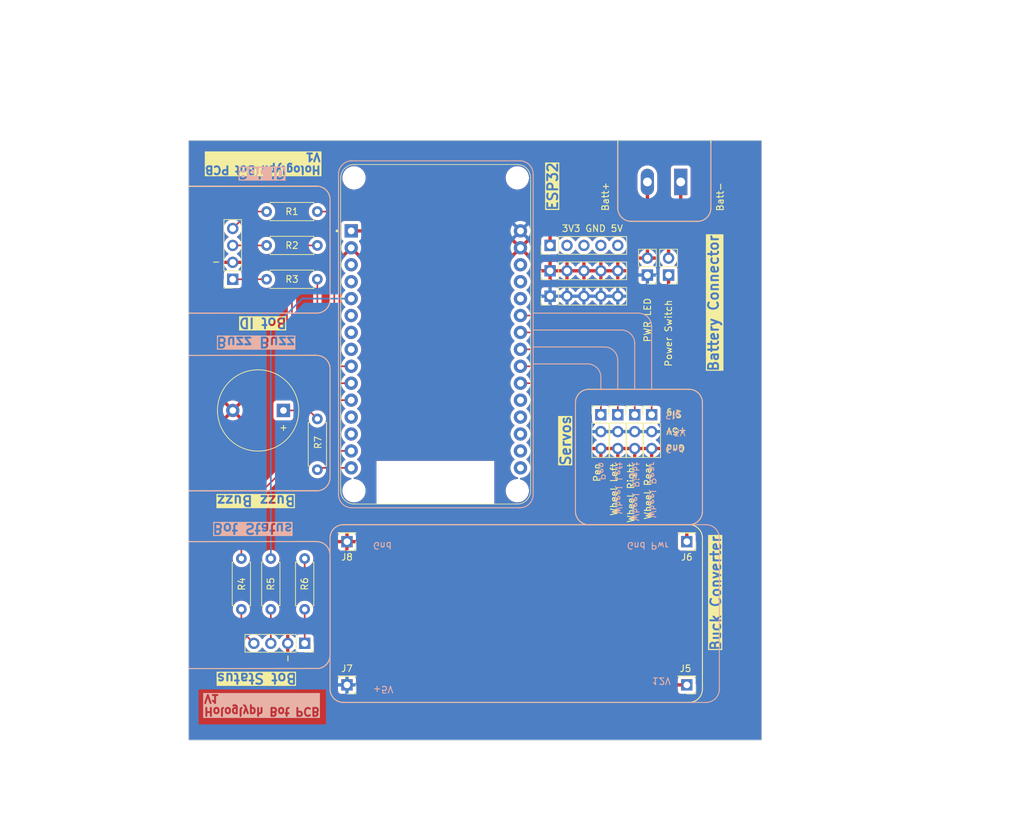
<source format=kicad_pcb>
(kicad_pcb (version 20221018) (generator pcbnew)
  (layers (0 "F.Cu" signal) (31 "B.Cu" signal) (34 "B.Paste" user) (35 "F.Paste" user) (36 "B.SilkS" user "B.Silkscreen") (37 "F.SilkS" user "F.Silkscreen") (38 "B.Mask" user) (39 "F.Mask" user) (44 "Edge.Cuts" user))
  (net 0 "")
  (net 1 "Net-(BZ1--)")
  (net 2 "GND")
  (net 3 "Net-(D1-BK)")
  (net 4 "Net-(D1-GK)")
  (net 5 "Net-(D1-RK)")
  (net 6 "Net-(D2-BK)")
  (net 7 "Net-(D2-GK)")
  (net 8 "Net-(D2-RK)")
  (net 9 "/PWM Wheel Left")
  (net 10 "+5V")
  (net 11 "/PWM Wheel Right")
  (net 12 "/PWM Wheel Rear")
  (net 13 "/PWM Pen")
  (net 14 "+12V")
  (net 15 "Net-(J9-Pin_2)")
  (net 16 "/D1 Red")
  (net 17 "/D1 Green")
  (net 18 "/D1 Blue")
  (net 19 "/D2 Red")
  (net 20 "/D2 Green")
  (net 21 "/D2 Blue")
  (net 22 "/Buzz+")
  (net 23 "+3V3")
  (net 39 "GNDPWR")
  (footprint "Connector_PinHeader_2.54mm:PinHeader_1x01_P2.54mm_Vertical" (layer "F.Cu") (at 157.68 121.83 180)
    (fp_text reference "J5" (at 0.2 2.45) (layer "F.SilkS"))
    (fp_text value "IN+")
    (fp_line (start -1.33 -1.33) (end 0 -1.33) (stroke (width 0.12)) (layer "F.SilkS"))
    (fp_line (start -1.33 0) (end -1.33 -1.33) (stroke (width 0.12)) (layer "F.SilkS"))
    (fp_line (start -1.33 1.27) (end -1.33 1.33) (stroke (width 0.12)) (layer "F.SilkS"))
    (fp_line (start -1.33 1.27) (end 1.33 1.27) (stroke (width 0.12)) (layer "F.SilkS"))
    (fp_line (start -1.33 1.33) (end 1.33 1.33) (stroke (width 0.12)) (layer "F.SilkS"))
    (fp_line (start 1.33 1.27) (end 1.33 1.33) (stroke (width 0.12)) (layer "F.SilkS"))
    (pad "1" thru_hole rect (at 0 0 180) (size 1.7 1.7) (drill 1) (layers "*.Cu" "*.Mask") (net 14 "+12V"))
  )
  (footprint "Connector_PinHeader_2.54mm:PinHeader_1x03_P2.54mm_Vertical" (layer "F.Cu") (at 144.78 81.28)
    (fp_text reference "J4" hide)
    (fp_text value "Pen Up/Down")
    (fp_line (start -1.33 -1.33) (end 0 -1.33) (stroke (width 0.12)) (layer "F.SilkS"))
    (fp_line (start -1.33 0) (end -1.33 -1.33) (stroke (width 0.12)) (layer "F.SilkS"))
    (fp_line (start -1.33 1.27) (end -1.33 6.41) (stroke (width 0.12)) (layer "F.SilkS"))
    (fp_line (start -1.33 1.27) (end 1.33 1.27) (stroke (width 0.12)) (layer "F.SilkS"))
    (fp_line (start -1.33 6.41) (end 1.33 6.41) (stroke (width 0.12)) (layer "F.SilkS"))
    (fp_line (start 1.33 1.27) (end 1.33 6.41) (stroke (width 0.12)) (layer "F.SilkS"))
    (pad "1" thru_hole rect (at 0 0) (size 1.7 1.7) (drill 1) (layers "*.Cu" "*.Mask") (net 13 "/PWM Pen"))
    (pad "2" thru_hole oval (at 0 2.54) (size 1.7 1.7) (drill 1) (layers "*.Cu" "*.Mask") (net 10 "+5V"))
    (pad "3" thru_hole oval (at 0 5.08) (size 1.7 1.7) (drill 1) (layers "*.Cu" "*.Mask") (net 2 "GND"))
  )
  (footprint "Package_TO_SOT_SMD:TO-263-5_TabPin3" (layer "F.Cu") (at 133.35 110.371926)
    (fp_text reference "U2" hide)
    (fp_text value "XL4015" hide)
  )
  (footprint "Connector_PinSocket_2.54mm:PinSocket_1x04_P2.54mm_Vertical" (layer "F.Cu") (at 89.535 60.96 180)
    (fp_text reference "D1" hide)
    (fp_text value "Bot ID")
    (fp_line (start -1.33 1.27) (end -1.33 8.95) (stroke (width 0.12)) (layer "F.SilkS"))
    (fp_line (start -1.33 1.27) (end 1.33 1.27) (stroke (width 0.12)) (layer "F.SilkS"))
    (fp_line (start -1.33 8.95) (end 1.33 8.95) (stroke (width 0.12)) (layer "F.SilkS"))
    (fp_line (start 0 -1.33) (end 1.33 -1.33) (stroke (width 0.12)) (layer "F.SilkS"))
    (fp_line (start 1.33 -1.33) (end 1.33 0) (stroke (width 0.12)) (layer "F.SilkS"))
    (fp_line (start 1.33 1.27) (end 1.33 8.95) (stroke (width 0.12)) (layer "F.SilkS"))
    (pad "1" thru_hole rect (at 0 0 180) (size 1.7 1.7) (drill 1) (layers "*.Cu" "*.Mask") (net 3 "Net-(D1-BK)"))
    (pad "2" thru_hole oval (at 0 2.54 180) (size 1.7 1.7) (drill 1) (layers "*.Cu" "*.Mask") (net 2 "GND"))
    (pad "3" thru_hole oval (at 0 5.08 180) (size 1.7 1.7) (drill 1) (layers "*.Cu" "*.Mask") (net 4 "Net-(D1-GK)"))
    (pad "4" thru_hole oval (at 0 7.62 180) (size 1.7 1.7) (drill 1) (layers "*.Cu" "*.Mask") (net 5 "Net-(D1-RK)"))
  )
  (footprint "Connector_PinHeader_2.54mm:PinHeader_1x01_P2.54mm_Vertical" (layer "F.Cu") (at 106.68 121.83 180)
    (fp_text reference "J7" (at 0 2.45) (layer "F.SilkS"))
    (fp_text value "OUT+")
    (fp_line (start -1.33 -1.33) (end 0 -1.33) (stroke (width 0.12)) (layer "F.SilkS"))
    (fp_line (start -1.33 0) (end -1.33 -1.33) (stroke (width 0.12)) (layer "F.SilkS"))
    (fp_line (start -1.33 1.27) (end -1.33 1.33) (stroke (width 0.12)) (layer "F.SilkS"))
    (fp_line (start -1.33 1.27) (end 1.33 1.27) (stroke (width 0.12)) (layer "F.SilkS"))
    (fp_line (start -1.33 1.33) (end 1.33 1.33) (stroke (width 0.12)) (layer "F.SilkS"))
    (fp_line (start 1.33 1.27) (end 1.33 1.33) (stroke (width 0.12)) (layer "F.SilkS"))
    (pad "1" thru_hole rect (at 0 0 180) (size 1.7 1.7) (drill 1) (layers "*.Cu" "*.Mask") (net 10 "+5V"))
  )
  (footprint "Connector_PinHeader_2.54mm:PinHeader_1x05_P2.54mm_Vertical" (layer "F.Cu") (at 137.16 55.88 90)
    (fp_text reference "3V3 GND 5V" (at 2.54 6.35 180) (layer "F.SilkS"))
    (fp_text value "3V3 Headers")
    (fp_line (start -1.33 -1.33) (end 0 -1.33) (stroke (width 0.12)) (layer "F.SilkS"))
    (fp_line (start -1.33 0) (end -1.33 -1.33) (stroke (width 0.12)) (layer "F.SilkS"))
    (fp_line (start -1.33 1.27) (end -1.33 11.49) (stroke (width 0.12)) (layer "F.SilkS"))
    (fp_line (start -1.33 1.27) (end 1.33 1.27) (stroke (width 0.12)) (layer "F.SilkS"))
    (fp_line (start -1.33 11.49) (end 1.33 11.49) (stroke (width 0.12)) (layer "F.SilkS"))
    (fp_line (start 1.33 1.27) (end 1.33 11.49) (stroke (width 0.12)) (layer "F.SilkS"))
    (pad "1" thru_hole rect (at 0 0 90) (size 1.7 1.7) (drill 1) (layers "*.Cu" "*.Mask") (net 23 "+3V3"))
    (pad "2" thru_hole oval (at 0 2.54 90) (size 1.7 1.7) (drill 1) (layers "*.Cu" "*.Mask") (net 23 "+3V3"))
    (pad "3" thru_hole oval (at 0 5.08 90) (size 1.7 1.7) (drill 1) (layers "*.Cu" "*.Mask") (net 23 "+3V3"))
    (pad "4" thru_hole oval (at 0 7.62 90) (size 1.7 1.7) (drill 1) (layers "*.Cu" "*.Mask") (net 23 "+3V3"))
    (pad "5" thru_hole oval (at 0 10.16 90) (size 1.7 1.7) (drill 1) (layers "*.Cu" "*.Mask") (net 23 "+3V3"))
  )
  (footprint "Connector_PinHeader_2.54mm:PinHeader_1x05_P2.54mm_Vertical" (layer "F.Cu") (at 137.16 63.5 90)
    (fp_text reference "J11" hide)
    (fp_text value "5V Headers")
    (fp_line (start -1.33 -1.33) (end 0 -1.33) (stroke (width 0.12)) (layer "F.SilkS"))
    (fp_line (start -1.33 0) (end -1.33 -1.33) (stroke (width 0.12)) (layer "F.SilkS"))
    (fp_line (start -1.33 1.27) (end -1.33 11.49) (stroke (width 0.12)) (layer "F.SilkS"))
    (fp_line (start -1.33 1.27) (end 1.33 1.27) (stroke (width 0.12)) (layer "F.SilkS"))
    (fp_line (start -1.33 11.49) (end 1.33 11.49) (stroke (width 0.12)) (layer "F.SilkS"))
    (fp_line (start 1.33 1.27) (end 1.33 11.49) (stroke (width 0.12)) (layer "F.SilkS"))
    (pad "1" thru_hole rect (at 0 0 90) (size 1.7 1.7) (drill 1) (layers "*.Cu" "*.Mask") (net 10 "+5V"))
    (pad "2" thru_hole oval (at 0 2.54 90) (size 1.7 1.7) (drill 1) (layers "*.Cu" "*.Mask") (net 10 "+5V"))
    (pad "3" thru_hole oval (at 0 5.08 90) (size 1.7 1.7) (drill 1) (layers "*.Cu" "*.Mask") (net 10 "+5V"))
    (pad "4" thru_hole oval (at 0 7.62 90) (size 1.7 1.7) (drill 1) (layers "*.Cu" "*.Mask") (net 10 "+5V"))
    (pad "5" thru_hole oval (at 0 10.16 90) (size 1.7 1.7) (drill 1) (layers "*.Cu" "*.Mask") (net 10 "+5V"))
  )
  (footprint "Resistor_THT:R_Axial_DIN0207_L6.3mm_D2.5mm_P7.62mm_Horizontal" (layer "F.Cu") (at 102.235 50.8 180)
    (fp_text reference "R1" (at 3.81 0) (layer "F.SilkS"))
    (fp_text value "220R")
    (fp_line (start 0.54 -1.37) (end 7.08 -1.37) (stroke (width 0.12)) (layer "F.SilkS"))
    (fp_line (start 0.54 -1.04) (end 0.54 -1.37) (stroke (width 0.12)) (layer "F.SilkS"))
    (fp_line (start 0.54 1.04) (end 0.54 1.37) (stroke (width 0.12)) (layer "F.SilkS"))
    (fp_line (start 0.54 1.37) (end 7.08 1.37) (stroke (width 0.12)) (layer "F.SilkS"))
    (fp_line (start 7.08 -1.37) (end 7.08 -1.04) (stroke (width 0.12)) (layer "F.SilkS"))
    (fp_line (start 7.08 1.37) (end 7.08 1.04) (stroke (width 0.12)) (layer "F.SilkS"))
    (pad "1" thru_hole circle (at 0 0 180) (size 1.6 1.6) (drill 0.8) (layers "*.Cu" "*.Mask") (net 16 "/D1 Red"))
    (pad "2" thru_hole oval (at 7.62 0 180) (size 1.6 1.6) (drill 0.8) (layers "*.Cu" "*.Mask") (net 5 "Net-(D1-RK)"))
  )
  (footprint "Connector_PinHeader_2.54mm:PinHeader_1x02_P2.54mm_Vertical" (layer "F.Cu") (at 151.765 60.325 180)
    (fp_text reference "J10" hide)
    (fp_text value "PWR LED")
    (fp_line (start -1.33 -1.33) (end 0 -1.33) (stroke (width 0.12)) (layer "F.SilkS"))
    (fp_line (start -1.33 0) (end -1.33 -1.33) (stroke (width 0.12)) (layer "F.SilkS"))
    (fp_line (start -1.33 1.27) (end -1.33 3.87) (stroke (width 0.12)) (layer "F.SilkS"))
    (fp_line (start -1.33 1.27) (end 1.33 1.27) (stroke (width 0.12)) (layer "F.SilkS"))
    (fp_line (start -1.33 3.87) (end 1.33 3.87) (stroke (width 0.12)) (layer "F.SilkS"))
    (fp_line (start 1.33 1.27) (end 1.33 3.87) (stroke (width 0.12)) (layer "F.SilkS"))
    (pad "1" thru_hole rect (at 0 0 180) (size 1.7 1.7) (drill 1) (layers "*.Cu" "*.Mask") (net 10 "+5V"))
    (pad "2" thru_hole oval (at 0 2.54 180) (size 1.7 1.7) (drill 1) (layers "*.Cu" "*.Mask") (net 2 "GND"))
  )
  (footprint "Connector_PinHeader_2.54mm:PinHeader_1x03_P2.54mm_Vertical" (layer "F.Cu") (at 149.86 81.28)
    (fp_text reference "J2" hide)
    (fp_text value "Wheel Right")
    (fp_line (start -1.33 -1.33) (end 0 -1.33) (stroke (width 0.12)) (layer "F.SilkS"))
    (fp_line (start -1.33 0) (end -1.33 -1.33) (stroke (width 0.12)) (layer "F.SilkS"))
    (fp_line (start -1.33 1.27) (end -1.33 6.41) (stroke (width 0.12)) (layer "F.SilkS"))
    (fp_line (start -1.33 1.27) (end 1.33 1.27) (stroke (width 0.12)) (layer "F.SilkS"))
    (fp_line (start -1.33 6.41) (end 1.33 6.41) (stroke (width 0.12)) (layer "F.SilkS"))
    (fp_line (start 1.33 1.27) (end 1.33 6.41) (stroke (width 0.12)) (layer "F.SilkS"))
    (pad "1" thru_hole rect (at 0 0) (size 1.7 1.7) (drill 1) (layers "*.Cu" "*.Mask") (net 11 "/PWM Wheel Right"))
    (pad "2" thru_hole oval (at 0 2.54) (size 1.7 1.7) (drill 1) (layers "*.Cu" "*.Mask") (net 10 "+5V"))
    (pad "3" thru_hole oval (at 0 5.08) (size 1.7 1.7) (drill 1) (layers "*.Cu" "*.Mask") (net 2 "GND"))
  )
  (footprint "Resistor_THT:R_Axial_DIN0207_L6.3mm_D2.5mm_P7.62mm_Horizontal" (layer "F.Cu") (at 102.235 55.88 180)
    (fp_text reference "R2" (at 3.81 0) (layer "F.SilkS"))
    (fp_text value "220R")
    (fp_line (start 0.54 -1.37) (end 7.08 -1.37) (stroke (width 0.12)) (layer "F.SilkS"))
    (fp_line (start 0.54 -1.04) (end 0.54 -1.37) (stroke (width 0.12)) (layer "F.SilkS"))
    (fp_line (start 0.54 1.04) (end 0.54 1.37) (stroke (width 0.12)) (layer "F.SilkS"))
    (fp_line (start 0.54 1.37) (end 7.08 1.37) (stroke (width 0.12)) (layer "F.SilkS"))
    (fp_line (start 7.08 -1.37) (end 7.08 -1.04) (stroke (width 0.12)) (layer "F.SilkS"))
    (fp_line (start 7.08 1.37) (end 7.08 1.04) (stroke (width 0.12)) (layer "F.SilkS"))
    (pad "1" thru_hole circle (at 0 0 180) (size 1.6 1.6) (drill 0.8) (layers "*.Cu" "*.Mask") (net 17 "/D1 Green"))
    (pad "2" thru_hole oval (at 7.62 0 180) (size 1.6 1.6) (drill 0.8) (layers "*.Cu" "*.Mask") (net 4 "Net-(D1-GK)"))
  )
  (footprint "Resistor_THT:R_Axial_DIN0207_L6.3mm_D2.5mm_P7.62mm_Horizontal" (layer "F.Cu") (at 100.33 102.87 -90)
    (fp_text reference "R6" (at 3.81 0 -270) (layer "F.SilkS"))
    (fp_text value "220R")
    (fp_line (start 0.54 -1.37) (end 7.08 -1.37) (stroke (width 0.12)) (layer "F.SilkS"))
    (fp_line (start 0.54 -1.04) (end 0.54 -1.37) (stroke (width 0.12)) (layer "F.SilkS"))
    (fp_line (start 0.54 1.04) (end 0.54 1.37) (stroke (width 0.12)) (layer "F.SilkS"))
    (fp_line (start 0.54 1.37) (end 7.08 1.37) (stroke (width 0.12)) (layer "F.SilkS"))
    (fp_line (start 7.08 -1.37) (end 7.08 -1.04) (stroke (width 0.12)) (layer "F.SilkS"))
    (fp_line (start 7.08 1.37) (end 7.08 1.04) (stroke (width 0.12)) (layer "F.SilkS"))
    (pad "1" thru_hole circle (at 0 0 270) (size 1.6 1.6) (drill 0.8) (layers "*.Cu" "*.Mask") (net 21 "/D2 Blue"))
    (pad "2" thru_hole oval (at 7.62 0 270) (size 1.6 1.6) (drill 0.8) (layers "*.Cu" "*.Mask") (net 6 "Net-(D2-BK)"))
  )
  (footprint "Buzzer_Beeper:Buzzer_12x9.5RM7.6" (layer "F.Cu") (at 97.145 80.645 180)
    (fp_text reference "BZ1" hide)
    (fp_text value "Buzzer")
    (fp_text user "+" (at -0.01 -2.54) (layer "F.SilkS"))
    (fp_circle (center 3.8 0) (end 9.9 0) (stroke (width 0.12)) (fill none) (layer "F.SilkS"))
    (pad "1" thru_hole rect (at 0 0 180) (size 2 2) (drill 1) (layers "*.Cu" "*.Mask") (net 1 "Net-(BZ1--)"))
    (pad "2" thru_hole circle (at 7.6 0 180) (size 2 2) (drill 1) (layers "*.Cu" "*.Mask") (net 2 "GND"))
  )
  (footprint "ESP32-DEVKIT-V1:MODULE_ESP32_DEVKIT_V1" (layer "F.Cu") (at 120.015 69.215)
    (fp_text reference "U1" hide)
    (fp_text value "ESP32-DEVKIT-V1")
    (fp_line (start -14.28 23.475) (end -14.28 -23.475) (stroke (width 0.1)) (layer "F.SilkS"))
    (fp_line (start -12.28 -25.475) (end 12.23 -25.475) (stroke (width 0.1)) (layer "F.SilkS"))
    (fp_line (start 12.23 25.475) (end -12.28 25.475) (stroke (width 0.1)) (layer "F.SilkS"))
    (fp_line (start 14.23 -23.475) (end 14.23 23.475) (stroke (width 0.1)) (layer "F.SilkS"))
    (fp_arc (start -14.28 -23.475) (mid -13.694214 -24.889214) (end -12.28 -25.475) (stroke (width 0.1)) (layer "F.SilkS"))
    (fp_arc (start -12.28 25.475) (mid -13.694214 24.889214) (end -14.28 23.475) (stroke (width 0.1)) (layer "F.SilkS"))
    (fp_arc (start 12.23 -25.475) (mid 13.644214 -24.889214) (end 14.23 -23.475) (stroke (width 0.1)) (layer "F.SilkS"))
    (fp_arc (start 14.23 23.475) (mid 13.644214 24.889214) (end 12.23 25.475) (stroke (width 0.1)) (layer "F.SilkS"))
    (fp_circle (center -14.85 -15.515) (end -14.75 -15.515) (stroke (width 0.2)) (fill none) (layer "F.SilkS"))
    (pad "" np_thru_hole circle (at -12.28 -23.475) (size 3 3) (drill 3) (layers "*.Cu" "*.Mask"))
    (pad "" np_thru_hole circle (at -12.28 23.475) (size 3 3) (drill 3) (layers "*.Cu" "*.Mask"))
    (pad "" np_thru_hole circle (at 12.23 -23.475) (size 3 3) (drill 3) (layers "*.Cu" "*.Mask"))
    (pad "" np_thru_hole circle (at 12.23 23.475) (size 3 3) (drill 3) (layers "*.Cu" "*.Mask"))
    (pad "1" thru_hole rect (at -12.7 -15.515) (size 2 2) (drill 1.02) (layers "*.Cu" "*.Mask") (net 23 "+3V3"))
    (pad "2" thru_hole circle (at -12.7 -12.975) (size 2 2) (drill 1.02) (layers "*.Cu" "*.Mask") (net 2 "GND"))
    (pad "3" thru_hole circle (at -12.7 -10.435) (size 2 2) (drill 1.02) (layers "*.Cu" "*.Mask"))
    (pad "4" thru_hole circle (at -12.7 -7.895) (size 2 2) (drill 1.02) (layers "*.Cu" "*.Mask"))
    (pad "5" thru_hole circle (at -12.7 -5.355) (size 2 2) (drill 1.02) (layers "*.Cu" "*.Mask") (net 20 "/D2 Green"))
    (pad "6" thru_hole circle (at -12.7 -2.815) (size 2 2) (drill 1.02) (layers "*.Cu" "*.Mask"))
    (pad "7" thru_hole circle (at -12.7 -0.275) (size 2 2) (drill 1.02) (layers "*.Cu" "*.Mask"))
    (pad "8" thru_hole circle (at -12.7 2.265) (size 2 2) (drill 1.02) (layers "*.Cu" "*.Mask"))
    (pad "9" thru_hole circle (at -12.7 4.805) (size 2 2) (drill 1.02) (layers "*.Cu" "*.Mask") (net 16 "/D1 Red"))
    (pad "10" thru_hole circle (at -12.7 7.345) (size 2 2) (drill 1.02) (layers "*.Cu" "*.Mask") (net 18 "/D1 Blue"))
    (pad "11" thru_hole circle (at -12.7 9.885) (size 2 2) (drill 1.02) (layers "*.Cu" "*.Mask") (net 17 "/D1 Green"))
    (pad "12" thru_hole circle (at -12.7 12.425) (size 2 2) (drill 1.02) (layers "*.Cu" "*.Mask"))
    (pad "13" thru_hole circle (at -12.7 14.965) (size 2 2) (drill 1.02) (layers "*.Cu" "*.Mask"))
    (pad "14" thru_hole circle (at -12.7 17.505) (size 2 2) (drill 1.02) (layers "*.Cu" "*.Mask") (net 19 "/D2 Red"))
    (pad "15" thru_hole circle (at -12.7 20.045) (size 2 2) (drill 1.02) (layers "*.Cu" "*.Mask") (net 22 "/Buzz+"))
    (pad "16" thru_hole circle (at 12.7 20.045) (size 2 2) (drill 1.02) (layers "*.Cu" "*.Mask"))
    (pad "17" thru_hole circle (at 12.7 17.505) (size 2 2) (drill 1.02) (layers "*.Cu" "*.Mask"))
    (pad "18" thru_hole circle (at 12.7 14.965) (size 2 2) (drill 1.02) (layers "*.Cu" "*.Mask"))
    (pad "19" thru_hole circle (at 12.7 12.425) (size 2 2) (drill 1.02) (layers "*.Cu" "*.Mask"))
    (pad "20" thru_hole circle (at 12.7 9.885) (size 2 2) (drill 1.02) (layers "*.Cu" "*.Mask"))
    (pad "21" thru_hole circle (at 12.7 7.345) (size 2 2) (drill 1.02) (layers "*.Cu" "*.Mask") (net 21 "/D2 Blue"))
    (pad "22" thru_hole circle (at 12.7 4.805) (size 2 2) (drill 1.02) (layers "*.Cu" "*.Mask") (net 13 "/PWM Pen"))
    (pad "23" thru_hole circle (at 12.7 2.265) (size 2 2) (drill 1.02) (layers "*.Cu" "*.Mask") (net 9 "/PWM Wheel Left"))
    (pad "24" thru_hole circle (at 12.7 -0.275) (size 2 2) (drill 1.02) (layers "*.Cu" "*.Mask") (net 11 "/PWM Wheel Right"))
    (pad "25" thru_hole circle (at 12.7 -2.815) (size 2 2) (drill 1.02) (layers "*.Cu" "*.Mask") (net 12 "/PWM Wheel Rear"))
    (pad "26" thru_hole circle (at 12.7 -5.355) (size 2 2) (drill 1.02) (layers "*.Cu" "*.Mask"))
    (pad "27" thru_hole circle (at 12.7 -7.895) (size 2 2) (drill 1.02) (layers "*.Cu" "*.Mask"))
    (pad "28" thru_hole circle (at 12.7 -10.435) (size 2 2) (drill 1.02) (layers "*.Cu" "*.Mask"))
    (pad "29" thru_hole circle (at 12.7 -12.975) (size 2 2) (drill 1.02) (layers "*.Cu" "*.Mask") (net 2 "GND"))
    (pad "30" thru_hole circle (at 12.7 -15.515) (size 2 2) (drill 1.02) (layers "*.Cu" "*.Mask") (net 10 "+5V"))
    (zone (net 0) (net_name "") (layer "F.Cu") (connect_pads (clearance 0)) (min_thickness 0.01)
      (keepout (tracks not_allowed) (vias not_allowed) (pads not_allowed) (copperpour not_allowed) (footprints allowed))
      (fill (thermal_gap 0.508) (thermal_bridge_width 0.508))
      (polygon (pts (xy 111.105 88.2) (xy 128.795 88.2) (xy 128.795 94.69) (xy 111.105 94.69)))
    )
    (zone (net 0) (net_name "") (layer "B.Cu") (connect_pads (clearance 0)) (min_thickness 0.01)
      (keepout (tracks not_allowed) (vias not_allowed) (pads not_allowed) (copperpour not_allowed) (footprints allowed))
      (fill (thermal_gap 0.508) (thermal_bridge_width 0.508))
      (polygon (pts (xy 111.105 88.2) (xy 128.795 88.2) (xy 128.795 94.69) (xy 111.105 94.69)))
    )
  )
  (footprint "TerminalBlock:TerminalBlock_Altech_AK300-2_P5.00mm" (layer "F.Cu") (at 156.765 46.355 180)
    (fp_text reference "J9" hide)
    (fp_text value "Battery Connector")
    (pad "1" thru_hole rect (at 0 0 180) (size 1.98 3.96) (drill 1.32) (layers "*.Cu" "*.Mask") (net 39 "GNDPWR"))
    (pad "2" thru_hole oval (at 5 0 180) (size 1.98 3.96) (drill 1.32) (layers "*.Cu" "*.Mask") (net 15 "Net-(J9-Pin_2)"))
  )
  (footprint "Resistor_THT:R_Axial_DIN0207_L6.3mm_D2.5mm_P7.62mm_Horizontal" (layer "F.Cu") (at 95.25 102.87 -90)
    (fp_text reference "R5" (at 3.81 0 -270) (layer "F.SilkS"))
    (fp_text value "220R")
    (fp_line (start 0.54 -1.37) (end 7.08 -1.37) (stroke (width 0.12)) (layer "F.SilkS"))
    (fp_line (start 0.54 -1.04) (end 0.54 -1.37) (stroke (width 0.12)) (layer "F.SilkS"))
    (fp_line (start 0.54 1.04) (end 0.54 1.37) (stroke (width 0.12)) (layer "F.SilkS"))
    (fp_line (start 0.54 1.37) (end 7.08 1.37) (stroke (width 0.12)) (layer "F.SilkS"))
    (fp_line (start 7.08 -1.37) (end 7.08 -1.04) (stroke (width 0.12)) (layer "F.SilkS"))
    (fp_line (start 7.08 1.37) (end 7.08 1.04) (stroke (width 0.12)) (layer "F.SilkS"))
    (pad "1" thru_hole circle (at 0 0 270) (size 1.6 1.6) (drill 0.8) (layers "*.Cu" "*.Mask") (net 20 "/D2 Green"))
    (pad "2" thru_hole oval (at 7.62 0 270) (size 1.6 1.6) (drill 0.8) (layers "*.Cu" "*.Mask") (net 7 "Net-(D2-GK)"))
  )
  (footprint "Resistor_THT:R_Axial_DIN0207_L6.3mm_D2.5mm_P7.62mm_Horizontal" (layer "F.Cu") (at 90.83 102.87 -90)
    (fp_text reference "R4" (at 3.831173 -0.060702 -270) (layer "F.SilkS"))
    (fp_text value "220R")
    (fp_line (start 0.54 -1.37) (end 7.08 -1.37) (stroke (width 0.12)) (layer "F.SilkS"))
    (fp_line (start 0.54 -1.04) (end 0.54 -1.37) (stroke (width 0.12)) (layer "F.SilkS"))
    (fp_line (start 0.54 1.04) (end 0.54 1.37) (stroke (width 0.12)) (layer "F.SilkS"))
    (fp_line (start 0.54 1.37) (end 7.08 1.37) (stroke (width 0.12)) (layer "F.SilkS"))
    (fp_line (start 7.08 -1.37) (end 7.08 -1.04) (stroke (width 0.12)) (layer "F.SilkS"))
    (fp_line (start 7.08 1.37) (end 7.08 1.04) (stroke (width 0.12)) (layer "F.SilkS"))
    (pad "1" thru_hole circle (at 0 0 270) (size 1.6 1.6) (drill 0.8) (layers "*.Cu" "*.Mask") (net 19 "/D2 Red"))
    (pad "2" thru_hole oval (at 7.62 0 270) (size 1.6 1.6) (drill 0.8) (layers "*.Cu" "*.Mask") (net 8 "Net-(D2-RK)"))
  )
  (footprint "Connector_PinHeader_2.54mm:PinHeader_1x01_P2.54mm_Vertical" (layer "F.Cu") (at 106.68 100.33 180)
    (fp_text reference "J8" (at 0 -2.33) (layer "F.SilkS"))
    (fp_text value "OUT-")
    (fp_line (start -1.33 -1.33) (end 0 -1.33) (stroke (width 0.12)) (layer "F.SilkS"))
    (fp_line (start -1.33 0) (end -1.33 -1.33) (stroke (width 0.12)) (layer "F.SilkS"))
    (fp_line (start -1.33 1.27) (end -1.33 1.33) (stroke (width 0.12)) (layer "F.SilkS"))
    (fp_line (start -1.33 1.27) (end 1.33 1.27) (stroke (width 0.12)) (layer "F.SilkS"))
    (fp_line (start -1.33 1.33) (end 1.33 1.33) (stroke (width 0.12)) (layer "F.SilkS"))
    (fp_line (start 1.33 1.27) (end 1.33 1.33) (stroke (width 0.12)) (layer "F.SilkS"))
    (pad "1" thru_hole rect (at 0 0 180) (size 1.7 1.7) (drill 1) (layers "*.Cu" "*.Mask") (net 2 "GND"))
  )
  (footprint "Connector_PinHeader_2.54mm:PinHeader_1x01_P2.54mm_Vertical" (layer "F.Cu") (at 157.68 100.33 180)
    (fp_text reference "J6" (at 0 -2.33) (layer "F.SilkS"))
    (fp_text value "IN-")
    (fp_line (start -1.33 -1.33) (end 0 -1.33) (stroke (width 0.12)) (layer "F.SilkS"))
    (fp_line (start -1.33 0) (end -1.33 -1.33) (stroke (width 0.12)) (layer "F.SilkS"))
    (fp_line (start -1.33 1.27) (end -1.33 1.33) (stroke (width 0.12)) (layer "F.SilkS"))
    (fp_line (start -1.33 1.27) (end 1.33 1.27) (stroke (width 0.12)) (layer "F.SilkS"))
    (fp_line (start -1.33 1.33) (end 1.33 1.33) (stroke (width 0.12)) (layer "F.SilkS"))
    (fp_line (start 1.33 1.27) (end 1.33 1.33) (stroke (width 0.12)) (layer "F.SilkS"))
    (pad "1" thru_hole rect (at 0 0 180) (size 1.7 1.7) (drill 1) (layers "*.Cu" "*.Mask") (net 39 "GNDPWR"))
  )
  (footprint "Connector_PinHeader_2.54mm:PinHeader_1x03_P2.54mm_Vertical" (layer "F.Cu") (at 147.32 81.28)
    (fp_text reference "J1" hide)
    (fp_text value "Wheel Left")
    (fp_line (start -1.33 -1.33) (end 0 -1.33) (stroke (width 0.12)) (layer "F.SilkS"))
    (fp_line (start -1.33 0) (end -1.33 -1.33) (stroke (width 0.12)) (layer "F.SilkS"))
    (fp_line (start -1.33 1.27) (end -1.33 6.41) (stroke (width 0.12)) (layer "F.SilkS"))
    (fp_line (start -1.33 1.27) (end 1.33 1.27) (stroke (width 0.12)) (layer "F.SilkS"))
    (fp_line (start -1.33 6.41) (end 1.33 6.41) (stroke (width 0.12)) (layer "F.SilkS"))
    (fp_line (start 1.33 1.27) (end 1.33 6.41) (stroke (width 0.12)) (layer "F.SilkS"))
    (pad "1" thru_hole rect (at 0 0) (size 1.7 1.7) (drill 1) (layers "*.Cu" "*.Mask") (net 9 "/PWM Wheel Left"))
    (pad "2" thru_hole oval (at 0 2.54) (size 1.7 1.7) (drill 1) (layers "*.Cu" "*.Mask") (net 10 "+5V"))
    (pad "3" thru_hole oval (at 0 5.08) (size 1.7 1.7) (drill 1) (layers "*.Cu" "*.Mask") (net 2 "GND"))
  )
  (footprint "Connector_PinHeader_2.54mm:PinHeader_1x03_P2.54mm_Vertical" (layer "F.Cu") (at 152.4 81.28)
    (fp_text reference "J3" hide)
    (fp_text value "Wheel Rear")
    (fp_line (start -1.33 -1.33) (end 0 -1.33) (stroke (width 0.12)) (layer "F.SilkS"))
    (fp_line (start -1.33 0) (end -1.33 -1.33) (stroke (width 0.12)) (layer "F.SilkS"))
    (fp_line (start -1.33 1.27) (end -1.33 6.41) (stroke (width 0.12)) (layer "F.SilkS"))
    (fp_line (start -1.33 1.27) (end 1.33 1.27) (stroke (width 0.12)) (layer "F.SilkS"))
    (fp_line (start -1.33 6.41) (end 1.33 6.41) (stroke (width 0.12)) (layer "F.SilkS"))
    (fp_line (start 1.33 1.27) (end 1.33 6.41) (stroke (width 0.12)) (layer "F.SilkS"))
    (pad "1" thru_hole rect (at 0 0) (size 1.7 1.7) (drill 1) (layers "*.Cu" "*.Mask") (net 12 "/PWM Wheel Rear"))
    (pad "2" thru_hole oval (at 0 2.54) (size 1.7 1.7) (drill 1) (layers "*.Cu" "*.Mask") (net 10 "+5V"))
    (pad "3" thru_hole oval (at 0 5.08) (size 1.7 1.7) (drill 1) (layers "*.Cu" "*.Mask") (net 2 "GND"))
  )
  (footprint "Resistor_THT:R_Axial_DIN0207_L6.3mm_D2.5mm_P7.62mm_Horizontal" (layer "F.Cu") (at 102.235 60.96 180)
    (fp_text reference "R3" (at 3.81 0) (layer "F.SilkS"))
    (fp_text value "220R")
    (fp_line (start 0.54 -1.37) (end 7.08 -1.37) (stroke (width 0.12)) (layer "F.SilkS"))
    (fp_line (start 0.54 -1.04) (end 0.54 -1.37) (stroke (width 0.12)) (layer "F.SilkS"))
    (fp_line (start 0.54 1.04) (end 0.54 1.37) (stroke (width 0.12)) (layer "F.SilkS"))
    (fp_line (start 0.54 1.37) (end 7.08 1.37) (stroke (width 0.12)) (layer "F.SilkS"))
    (fp_line (start 7.08 -1.37) (end 7.08 -1.04) (stroke (width 0.12)) (layer "F.SilkS"))
    (fp_line (start 7.08 1.37) (end 7.08 1.04) (stroke (width 0.12)) (layer "F.SilkS"))
    (pad "1" thru_hole circle (at 0 0 180) (size 1.6 1.6) (drill 0.8) (layers "*.Cu" "*.Mask") (net 18 "/D1 Blue"))
    (pad "2" thru_hole oval (at 7.62 0 180) (size 1.6 1.6) (drill 0.8) (layers "*.Cu" "*.Mask") (net 3 "Net-(D1-BK)"))
  )
  (footprint "Resistor_THT:R_Axial_DIN0207_L6.3mm_D2.5mm_P7.62mm_Horizontal" (layer "F.Cu") (at 102.235 89.535 90)
    (fp_text reference "R7" (at 4.082003 0.106875 90) (layer "F.SilkS"))
    (fp_text value "220R")
    (fp_line (start 0.54 -1.37) (end 7.08 -1.37) (stroke (width 0.12)) (layer "F.SilkS"))
    (fp_line (start 0.54 -1.04) (end 0.54 -1.37) (stroke (width 0.12)) (layer "F.SilkS"))
    (fp_line (start 0.54 1.04) (end 0.54 1.37) (stroke (width 0.12)) (layer "F.SilkS"))
    (fp_line (start 0.54 1.37) (end 7.08 1.37) (stroke (width 0.12)) (layer "F.SilkS"))
    (fp_line (start 7.08 -1.37) (end 7.08 -1.04) (stroke (width 0.12)) (layer "F.SilkS"))
    (fp_line (start 7.08 1.37) (end 7.08 1.04) (stroke (width 0.12)) (layer "F.SilkS"))
    (pad "1" thru_hole circle (at 0 0 90) (size 1.6 1.6) (drill 0.8) (layers "*.Cu" "*.Mask") (net 22 "/Buzz+"))
    (pad "2" thru_hole oval (at 7.62 0 90) (size 1.6 1.6) (drill 0.8) (layers "*.Cu" "*.Mask") (net 1 "Net-(BZ1--)"))
  )
  (footprint "Connector_PinHeader_2.54mm:PinHeader_1x02_P2.54mm_Vertical" (layer "F.Cu") (at 154.94 60.325 180)
    (fp_text reference "SW1" hide)
    (fp_text value "Power Switch")
    (fp_line (start -1.33 -1.33) (end 0 -1.33) (stroke (width 0.12)) (layer "F.SilkS"))
    (fp_line (start -1.33 0) (end -1.33 -1.33) (stroke (width 0.12)) (layer "F.SilkS"))
    (fp_line (start -1.33 1.27) (end -1.33 3.87) (stroke (width 0.12)) (layer "F.SilkS"))
    (fp_line (start -1.33 1.27) (end 1.33 1.27) (stroke (width 0.12)) (layer "F.SilkS"))
    (fp_line (start -1.33 3.87) (end 1.33 3.87) (stroke (width 0.12)) (layer "F.SilkS"))
    (fp_line (start 1.33 1.27) (end 1.33 3.87) (stroke (width 0.12)) (layer "F.SilkS"))
    (pad "1" thru_hole rect (at 0 0 180) (size 1.7 1.7) (drill 1) (layers "*.Cu" "*.Mask") (net 14 "+12V"))
    (pad "2" thru_hole oval (at 0 2.54 180) (size 1.7 1.7) (drill 1) (layers "*.Cu" "*.Mask") (net 15 "Net-(J9-Pin_2)"))
  )
  (footprint "Connector_PinSocket_2.54mm:PinSocket_1x04_P2.54mm_Vertical" (layer "F.Cu") (at 100.33 115.595 -90)
    (fp_text reference "D2" hide)
    (fp_text value "Bot Status")
    (fp_line (start -1.33 1.27) (end -1.33 8.95) (stroke (width 0.12)) (layer "F.SilkS"))
    (fp_line (start -1.33 1.27) (end 1.33 1.27) (stroke (width 0.12)) (layer "F.SilkS"))
    (fp_line (start -1.33 8.95) (end 1.33 8.95) (stroke (width 0.12)) (layer "F.SilkS"))
    (fp_line (start 0 -1.33) (end 1.33 -1.33) (stroke (width 0.12)) (layer "F.SilkS"))
    (fp_line (start 1.33 -1.33) (end 1.33 0) (stroke (width 0.12)) (layer "F.SilkS"))
    (fp_line (start 1.33 1.27) (end 1.33 8.95) (stroke (width 0.12)) (layer "F.SilkS"))
    (pad "1" thru_hole rect (at 0 0 270) (size 1.7 1.7) (drill 1) (layers "*.Cu" "*.Mask") (net 6 "Net-(D2-BK)"))
    (pad "2" thru_hole oval (at 0 2.54 270) (size 1.7 1.7) (drill 1) (layers "*.Cu" "*.Mask") (net 2 "GND"))
    (pad "3" thru_hole oval (at 0 5.08 270) (size 1.7 1.7) (drill 1) (layers "*.Cu" "*.Mask") (net 7 "Net-(D2-GK)"))
    (pad "4" thru_hole oval (at 0 7.62 270) (size 1.7 1.7) (drill 1) (layers "*.Cu" "*.Mask") (net 8 "Net-(D2-RK)"))
  )
  (footprint "Connector_PinHeader_2.54mm:PinHeader_1x05_P2.54mm_Vertical" (layer "F.Cu") (at 137.16 59.69 90)
    (fp_text reference "J12" hide)
    (fp_text value "GND Headers")
    (fp_line (start -1.33 -1.33) (end 0 -1.33) (stroke (width 0.12)) (layer "F.SilkS"))
    (fp_line (start -1.33 0) (end -1.33 -1.33) (stroke (width 0.12)) (layer "F.SilkS"))
    (fp_line (start -1.33 1.27) (end -1.33 11.49) (stroke (width 0.12)) (layer "F.SilkS"))
    (fp_line (start -1.33 1.27) (end 1.33 1.27) (stroke (width 0.12)) (layer "F.SilkS"))
    (fp_line (start -1.33 11.49) (end 1.33 11.49) (stroke (width 0.12)) (layer "F.SilkS"))
    (fp_line (start 1.33 1.27) (end 1.33 11.49) (stroke (width 0.12)) (layer "F.SilkS"))
    (pad "1" thru_hole rect (at 0 0 90) (size 1.7 1.7) (drill 1) (layers "*.Cu" "*.Mask") (net 2 "GND"))
    (pad "2" thru_hole oval (at 0 2.54 90) (size 1.7 1.7) (drill 1) (layers "*.Cu" "*.Mask") (net 2 "GND"))
    (pad "3" thru_hole oval (at 0 5.08 90) (size 1.7 1.7) (drill 1) (layers "*.Cu" "*.Mask") (net 2 "GND"))
    (pad "4" thru_hole oval (at 0 7.62 90) (size 1.7 1.7) (drill 1) (layers "*.Cu" "*.Mask") (net 2 "GND"))
    (pad "5" thru_hole oval (at 0 10.16 90) (size 1.7 1.7) (drill 1) (layers "*.Cu" "*.Mask") (net 2 "GND"))
  )
  (gr_arc (start 107.41 95.25) (mid 105.995786 94.664214) (end 105.41 93.25) (stroke (width 0.15)) (layer "B.SilkS"))
  (gr_line (start 134.62 73.66) (end 142.78 73.66) (stroke (width 0.15)) (layer "B.SilkS"))
  (gr_arc (start 104.14 90.71) (mid 103.554214 92.124214) (end 102.14 92.71) (stroke (width 0.15)) (layer "B.SilkS"))
  (gr_line (start 134.62 45.18) (end 134.62 93.25) (stroke (width 0.15)) (layer "B.SilkS"))
  (gr_arc (start 102.14 72.39) (mid 103.554214 72.975786) (end 104.14 74.39) (stroke (width 0.15)) (layer "B.SilkS"))
  (gr_line (start 142.97 77.47) (end 158.02 77.47) (stroke (width 0.15)) (layer "B.SilkS"))
  (gr_line (start 147.32 73.12) (end 147.32 77.47) (stroke (width 0.15)) (layer "B.SilkS"))
  (gr_line (start 84.55 72.39) (end 102.14 72.39) (stroke (width 0.15)) (layer "B.SilkS"))
  (gr_line (start 82.978272 92.71) (end 102.14 92.71) (stroke (width 0.15)) (layer "B.SilkS"))
  (gr_arc (start 104.14 99.79) (mid 104.725786 98.375786) (end 106.14 97.79) (stroke (width 0.15)) (layer "B.SilkS"))
  (gr_line (start 82.978272 46.99) (end 102.14 46.99) (stroke (width 0.15)) (layer "B.SilkS"))
  (gr_arc (start 142.97 97.79) (mid 141.555786 97.204214) (end 140.97 95.79) (stroke (width 0.15)) (layer "B.SilkS"))
  (gr_line (start 82.978272 66.04) (end 102.14 66.04) (stroke (width 0.15)) (layer "B.SilkS"))
  (gr_line (start 102.14 92.71) (end 84.55 92.71) (stroke (width 0.15)) (layer "B.SilkS"))
  (gr_arc (start 104.14 117.38) (mid 103.554214 118.794214) (end 102.14 119.38) (stroke (width 0.15)) (layer "B.SilkS"))
  (gr_line (start 82.978272 72.39) (end 102.14 72.39) (stroke (width 0.15)) (layer "B.SilkS"))
  (gr_arc (start 162.56 122.46) (mid 161.974214 123.874214) (end 160.56 124.46) (stroke (width 0.15)) (layer "B.SilkS"))
  (gr_line (start 144.78 75.66) (end 144.78 77.47) (stroke (width 0.15)) (layer "B.SilkS"))
  (gr_arc (start 145.32 71.12) (mid 146.734214 71.705786) (end 147.32 73.12) (stroke (width 0.15)) (layer "B.SilkS"))
  (gr_arc (start 160.56 97.79) (mid 161.974214 98.375786) (end 162.56 99.79) (stroke (width 0.15)) (layer "B.SilkS"))
  (gr_arc (start 142.78 73.66) (mid 144.194214 74.245786) (end 144.78 75.66) (stroke (width 0.15)) (layer "B.SilkS"))
  (gr_line (start 107.41 43.18) (end 132.62 43.18) (stroke (width 0.15)) (layer "B.SilkS"))
  (gr_line (start 158.02 97.79) (end 142.97 97.79) (stroke (width 0.15)) (layer "B.SilkS"))
  (gr_line (start 104.14 74.39) (end 104.14 90.71) (stroke (width 0.15)) (layer "B.SilkS"))
  (gr_line (start 134.62 66.04) (end 150.4 66.04) (stroke (width 0.15)) (layer "B.SilkS"))
  (gr_line (start 104.14 102.33) (end 104.14 117.38) (stroke (width 0.15)) (layer "B.SilkS"))
  (gr_arc (start 158.02 77.47) (mid 159.434214 78.055786) (end 160.02 79.47) (stroke (width 0.15)) (layer "B.SilkS"))
  (gr_line (start 152.4 68.04) (end 152.4 77.47) (stroke (width 0.15)) (layer "B.SilkS"))
  (gr_line (start 160.02 79.47) (end 160.02 95.79) (stroke (width 0.15)) (layer "B.SilkS"))
  (gr_line (start 160.56 124.46) (end 106.14 124.46) (stroke (width 0.15)) (layer "B.SilkS"))
  (gr_line (start 162.56 99.79) (end 162.56 122.46) (stroke (width 0.15)) (layer "B.SilkS"))
  (gr_arc (start 132.62 43.18) (mid 134.034214 43.765786) (end 134.62 45.18) (stroke (width 0.15)) (layer "B.SilkS"))
  (gr_arc (start 150.4 66.04) (mid 151.814214 66.625786) (end 152.4 68.04) (stroke (width 0.15)) (layer "B.SilkS"))
  (gr_line (start 134.62 71.12) (end 145.32 71.12) (stroke (width 0.15)) (layer "B.SilkS"))
  (gr_arc (start 134.62 93.25) (mid 134.034214 94.664214) (end 132.62 95.25) (stroke (width 0.15)) (layer "B.SilkS"))
  (gr_line (start 104.14 122.46) (end 104.14 99.79) (stroke (width 0.15)) (layer "B.SilkS"))
  (gr_line (start 161.29 50.265514) (end 161.29 40.64) (stroke (width 0.15)) (layer "B.SilkS"))
  (gr_arc (start 140.97 79.47) (mid 141.555786 78.055786) (end 142.97 77.47) (stroke (width 0.15)) (layer "B.SilkS"))
  (gr_line (start 105.41 93.25) (end 105.41 45.18) (stroke (width 0.15)) (layer "B.SilkS"))
  (gr_line (start 132.62 95.25) (end 107.41 95.25) (stroke (width 0.15)) (layer "B.SilkS"))
  (gr_arc (start 104.14 64.04) (mid 103.554214 65.454214) (end 102.14 66.04) (stroke (width 0.15)) (layer "B.SilkS"))
  (gr_line (start 147.32 50.265514) (end 147.32 40.64) (stroke (width 0.15)) (layer "B.SilkS"))
  (gr_line (start 106.14 97.79) (end 160.56 97.79) (stroke (width 0.15)) (layer "B.SilkS"))
  (gr_line (start 82.991942 100.33) (end 102.15367 100.33) (stroke (width 0.15)) (layer "B.SilkS"))
  (gr_line (start 104.14 48.99) (end 104.14 64.04) (stroke (width 0.15)) (layer "B.SilkS"))
  (gr_line (start 159.29 52.265514) (end 149.32 52.265514) (stroke (width 0.15)) (layer "B.SilkS"))
  (gr_line (start 134.62 68.58) (end 147.86 68.58) (stroke (width 0.15)) (layer "B.SilkS"))
  (gr_arc (start 149.32 52.265514) (mid 147.905781 51.679728) (end 147.32 50.265514) (stroke (width 0.15)) (layer "B.SilkS"))
  (gr_line (start 82.991942 119.38) (end 102.15367 119.38) (stroke (width 0.15)) (layer "B.SilkS"))
  (gr_arc (start 105.41 45.18) (mid 105.995786 43.765786) (end 107.41 43.18) (stroke (width 0.15)) (layer "B.SilkS"))
  (gr_arc (start 106.14 124.46) (mid 104.725786 123.874214) (end 104.14 122.46) (stroke (width 0.15)) (layer "B.SilkS"))
  (gr_arc (start 102.14 100.33) (mid 103.554214 100.915786) (end 104.14 102.33) (stroke (width 0.15)) (layer "B.SilkS"))
  (gr_arc (start 147.86 68.58) (mid 149.274214 69.165786) (end 149.86 70.58) (stroke (width 0.15)) (layer "B.SilkS"))
  (gr_line (start 140.97 95.79) (end 140.97 79.47) (stroke (width 0.15)) (layer "B.SilkS"))
  (gr_arc (start 102.14 46.99) (mid 103.554214 47.575786) (end 104.14 48.99) (stroke (width 0.15)) (layer "B.SilkS"))
  (gr_arc (start 161.29 50.265514) (mid 160.704209 51.679719) (end 159.29 52.265514) (stroke (width 0.15)) (layer "B.SilkS"))
  (gr_arc (start 160.02 95.79) (mid 159.434214 97.204214) (end 158.02 97.79) (stroke (width 0.15)) (layer "B.SilkS"))
  (gr_line (start 102.14 66.04) (end 83.28 66.04) (stroke (width 0.15)) (layer "B.SilkS"))
  (gr_line (start 149.86 70.58) (end 149.86 77.47) (stroke (width 0.15)) (layer "B.SilkS"))
  (gr_line (start 82.944835 72.39) (end 102.14 72.365173) (stroke (width 0.15)) (layer "F.SilkS"))
  (gr_line (start 82.944835 92.71) (end 102.14 92.685173) (stroke (width 0.15)) (layer "F.SilkS"))
  (gr_line (start 158.02 97.79) (end 142.97 97.79) (stroke (width 0.15)) (layer "F.SilkS"))
  (gr_arc (start 149.32 52.265514) (mid 147.905786 51.679728) (end 147.32 50.265514) (stroke (width 0.15)) (layer "F.SilkS"))
  (gr_arc (start 142.97 97.79) (mid 141.555786 97.204214) (end 140.97 95.79) (stroke (width 0.15)) (layer "F.SilkS"))
  (gr_line (start 161.29 40.2) (end 161.29 50.265514) (stroke (width 0.15)) (layer "F.SilkS"))
  (gr_arc (start 104.14 64.04) (mid 103.554214 65.454214) (end 102.14 66.04) (stroke (width 0.15)) (layer "F.SilkS"))
  (gr_arc (start 160.02 95.79) (mid 159.434214 97.204214) (end 158.02 97.79) (stroke (width 0.15)) (layer "F.SilkS"))
  (gr_arc (start 140.97 79.47) (mid 141.555786 78.055786) (end 142.97 77.47) (stroke (width 0.15)) (layer "F.SilkS"))
  (gr_line (start 142.97 77.47) (end 158.02 77.47) (stroke (width 0.15)) (layer "F.SilkS"))
  (gr_line (start 82.944835 100.33) (end 102.14 100.305173) (stroke (width 0.15)) (layer "F.SilkS"))
  (gr_line (start 82.944835 47.014827) (end 102.14 46.99) (stroke (width 0.15)) (layer "F.SilkS"))
  (gr_arc (start 102.14 72.39) (mid 103.554214 72.975786) (end 104.14 74.39) (stroke (width 0.15)) (layer "F.SilkS"))
  (gr_line (start 106.14 97.79) (end 158.02 97.79) (stroke (width 0.15)) (layer "F.SilkS"))
  (gr_arc (start 158.02 77.47) (mid 159.434214 78.055786) (end 160.02 79.47) (stroke (width 0.15)) (layer "F.SilkS"))
  (gr_line (start 82.944835 66.04) (end 102.14 66.015173) (stroke (width 0.15)) (layer "F.SilkS"))
  (gr_arc (start 104.14 117.38) (mid 103.554214 118.794214) (end 102.14 119.38) (stroke (width 0.15)) (layer "F.SilkS"))
  (gr_line (start 104.14 48.99) (end 104.14 64.04) (stroke (width 0.15)) (layer "F.SilkS"))
  (gr_line (start 160.02 79.47) (end 160.02 95.79) (stroke (width 0.15)) (layer "F.SilkS"))
  (gr_line (start 140.97 95.79) (end 140.97 79.47) (stroke (width 0.15)) (layer "F.SilkS"))
  (gr_line (start 82.934823 47.002413) (end 102.14 46.99) (stroke (width 0.15)) (layer "F.SilkS"))
  (gr_line (start 159.29 52.265514) (end 149.32 52.265514) (stroke (width 0.15)) (layer "F.SilkS"))
  (gr_arc (start 104.14 90.71) (mid 103.554214 92.124214) (end 102.14 92.71) (stroke (width 0.15)) (layer "F.SilkS"))
  (gr_arc (start 160.02 122.46) (mid 159.434214 123.874214) (end 158.02 124.46) (stroke (width 0.15)) (layer "F.SilkS"))
  (gr_arc (start 102.14 46.99) (mid 103.554214 47.575786) (end 104.14 48.99) (stroke (width 0.15)) (layer "F.SilkS"))
  (gr_arc (start 106.14 124.46) (mid 104.725786 123.874214) (end 104.14 122.46) (stroke (width 0.15)) (layer "F.SilkS"))
  (gr_line (start 82.944835 119.38) (end 102.14 119.355173) (stroke (width 0.15)) (layer "F.SilkS"))
  (gr_arc (start 104.14 99.79) (mid 104.725786 98.375786) (end 106.14 97.79) (stroke (width 0.15)) (layer "F.SilkS"))
  (gr_line (start 104.14 122.46) (end 104.14 99.79) (stroke (width 0.15)) (layer "F.SilkS"))
  (gr_line (start 160.02 99.79) (end 160.02 122.46) (stroke (width 0.15)) (layer "F.SilkS"))
  (gr_line (start 104.14 74.39) (end 104.14 90.71) (stroke (width 0.15)) (layer "F.SilkS"))
  (gr_arc (start 102.14 100.33) (mid 103.554214 100.915786) (end 104.14 102.33) (stroke (width 0.15)) (layer "F.SilkS"))
  (gr_line (start 147.32 40.2) (end 147.32 50.265514) (stroke (width 0.15)) (layer "F.SilkS"))
  (gr_arc (start 161.29 50.265514) (mid 160.704214 51.679728) (end 159.29 52.265514) (stroke (width 0.15)) (layer "F.SilkS"))
  (gr_line (start 104.14 102.33) (end 104.14 117.38) (stroke (width 0.15)) (layer "F.SilkS"))
  (gr_line (start 158.02 124.46) (end 106.14 124.46) (stroke (width 0.15)) (layer "F.SilkS"))
  (gr_arc (start 158.02 97.79) (mid 159.434214 98.375786) (end 160.02 99.79) (stroke (width 0.15)) (layer "F.SilkS"))
  (gr_rect (start 82.91 40.13) (end 168.91 130.13) (stroke (width 0.1)) (fill none) (layer "Edge.Cuts"))
  (gr_text "Hologlyph Bot PCB\nV1" (at 85.09 123.19 180) (layer "B.Cu" knockout) (effects (font (size 1.2 1.2) (thickness 0.3) bold) (justify left bottom mirror)))
  (gr_text "Wheel Right" (at 149.371927 88.267318 270) (layer "B.SilkS") (effects (font (size 1 1)) (justify right bottom mirror)))
  (gr_text "Bot ID" (at 90.17 44.142761 180) (layer "B.SilkS" knockout) (effects (font (size 1.5 1.5) (thickness 0.3) bold) (justify left bottom mirror)))
  (gr_text "Wheel Left" (at 146.831927 88.267318 270) (layer "B.SilkS") (effects (font (size 1 1)) (justify right bottom mirror)))
  (gr_text "Sig" (at 154.340521 80.790361 180) (layer "B.SilkS") (effects (font (size 1 1)) (justify left bottom mirror)))
  (gr_text "+5V" (at 154.340521 83.330361 180) (layer "B.SilkS") (effects (font (size 1 1)) (justify left bottom mirror)))
  (gr_text "12V" (at 152.4 120.65 180) (layer "B.SilkS") (effects (font (size 1 1)) (justify left bottom mirror)))
  (gr_text "+5V" (at 110.49 121.92 180) (layer "B.SilkS") (effects (font (size 1 1)) (justify left bottom mirror)))
  (gr_text "Bot Status" (at 86.36 97.482761 180) (layer "B.SilkS" knockout) (effects (font (size 1.5 1.5) (thickness 0.3) bold) (justify left bottom mirror)))
  (gr_text "Gnd Pwr" (at 148.59 100.33 180) (layer "B.SilkS") (effects (font (size 1 1)) (justify left bottom mirror)))
  (gr_text "Pen" (at 144.291927 88.267318 -90) (layer "B.SilkS") (effects (font (size 1 1)) (justify right bottom mirror)))
  (gr_text "Gnd" (at 154.340521 85.870361 180) (layer "B.SilkS") (effects (font (size 1 1)) (justify left bottom mirror)))
  (gr_text "Hologlyph Bot PCB\nV1" (at 85.09 123.19 180) (layer "B.SilkS" knockout) (effects (font (size 1.2 1.2) (thickness 0.3) bold) (justify left bottom mirror)))
  (gr_text "Gnd" (at 110.49 100.33 180) (layer "B.SilkS") (effects (font (size 1 1)) (justify left bottom mirror)))
  (gr_text "Wheel Rear" (at 151.911927 88.267318 270) (layer "B.SilkS") (effects (font (size 1 1)) (justify right bottom mirror)))
  (gr_text "Buzz Buzz" (at 86.925797 69.51483 -180) (layer "B.SilkS" knockout) (effects (font (size 1.5 1.5) (thickness 0.3) bold) (justify left bottom mirror)))
  (gr_text "ESP32" (at 138.43 50.8 90) (layer "F.SilkS" knockout) (effects (font (size 1.5 1.5) (thickness 0.3) bold) (justify left bottom)))
  (gr_text "Gnd" (at 154.497632 85.681828 180) (layer "F.SilkS") (effects (font (size 1 1)) (justify right bottom)))
  (gr_text "Bot ID" (at 97.79 66.630351 180) (layer "F.SilkS" knockout) (effects (font (size 1.5 1.5) (thickness 0.3) bold) (justify left bottom)))
  (gr_text "Hologlyph Bot PCB\nV1" (at 102.87 41.91 180) (layer "F.SilkS" knockout) (effects (font (size 1.2 1.2) (thickness 0.3) bold) (justify left bottom)))
  (gr_text "Sig" (at 154.497632 80.601828 180) (layer "F.SilkS") (effects (font (size 1 1)) (justify right bottom)))
  (gr_text "+5V" (at 154.497632 83.141828 180) (layer "F.SilkS") (effects (font (size 1 1)) (justify right bottom)))
  (gr_text "-" (at 98.327312 118.591081 90) (layer "F.SilkS") (effects (font (size 1 1)) (justify left bottom)))
  (gr_text "PWR LED" (at 152.366727 70.485569 90) (layer "F.SilkS") (effects (font (size 1 1)) (justify left bottom)))
  (gr_text "Servos" (at 140.379781 89.060429 90) (layer "F.SilkS" knockout) (effects (font (size 1.5 1.5) (thickness 0.3) bold) (justify left bottom)))
  (gr_text "Wheel Left" (at 147.33588 88.490345 90) (layer "F.SilkS") (effects (font (size 1 1)) (justify right bottom)))
  (gr_text "Buck Converter" (at 162.886711 116.84 90) (layer "F.SilkS" knockout) (effects (font (size 1.5 1.5) (thickness 0.3) bold) (justify left bottom)))
  (gr_text "Batt-" (at 163.272051 50.83388 90) (layer "F.SilkS") (effects (font (size 1 1)) (justify left bottom)))
  (gr_text "Wheel Right" (at 149.87588 88.490345 90) (layer "F.SilkS") (effects (font (size 1 1)) (justify right bottom)))
  (gr_text "Bot Status" (at 99.276338 119.967982 180) (layer "F.SilkS" knockout) (effects (font (size 1.5 1.5) (thickness 0.3) bold) (justify left bottom)))
  (gr_text "Batt+" (at 146.05 50.8 90) (layer "F.SilkS") (effects (font (size 1 1)) (justify left bottom)))
  (gr_text "Pen" (at 144.79588 88.490345 90) (layer "F.SilkS") (effects (font (size 1 1)) (justify right bottom)))
  (gr_text "Buzz Buzz" (at 99.101783 93.299882 180) (layer "F.SilkS" knockout) (effects (font (size 1.5 1.5) (thickness 0.3) bold) (justify left bottom)))
  (gr_text "-" (at 86.323386 58.896522) (layer "F.SilkS") (effects (font (size 1 1)) (justify left bottom)))
  (gr_text "Power Switch" (at 155.520525 74.163924 90) (layer "F.SilkS") (effects (font (size 1 1)) (justify left bottom)))
  (gr_text "Battery Connector" (at 162.56 74.93 90) (layer "F.SilkS" knockout) (effects (font (size 1.5 1.5) (thickness 0.3) bold) (justify left bottom)))
  (gr_text "Wheel Rear" (at 152.41588 88.490345 90) (layer "F.SilkS") (effects (font (size 1 1)) (justify right bottom)))
  (segment (start 97.145 80.645) (end 100.965 80.645) (width 0.25) (layer "F.Cu") (net 1))
  (segment (start 100.965 80.645) (end 102.235 81.915) (width 0.25) (layer "F.Cu") (net 1))
  (segment (start 94.615 60.96) (end 89.535 60.96) (width 0.25) (layer "F.Cu") (net 3))
  (segment (start 94.615 55.88) (end 89.535 55.88) (width 0.25) (layer "F.Cu") (net 4))
  (segment (start 92.075 50.8) (end 89.535 53.34) (width 0.25) (layer "F.Cu") (net 5))
  (segment (start 94.615 50.8) (end 92.075 50.8) (width 0.25) (layer "F.Cu") (net 5))
  (segment (start 100.33 110.49) (end 100.33 115.595) (width 0.25) (layer "F.Cu") (net 6))
  (segment (start 95.25 110.49) (end 95.25 115.595) (width 0.25) (layer "F.Cu") (net 7))
  (segment (start 90.83 113.715) (end 92.71 115.595) (width 0.25) (layer "F.Cu") (net 8))
  (segment (start 90.83 110.49) (end 90.83 113.715) (width 0.25) (layer "F.Cu") (net 8))
  (segment (start 147.32 76.2) (end 147.32 81.28) (width 0.25) (layer "F.Cu") (net 9))
  (segment (start 132.715 71.48) (end 142.6 71.48) (width 0.25) (layer "F.Cu") (net 9))
  (segment (start 142.6 71.48) (end 147.32 76.2) (width 0.25) (layer "F.Cu") (net 9))
  (segment (start 149.86 73.66) (end 149.86 81.28) (width 0.25) (layer "F.Cu") (net 11))
  (segment (start 145.14 68.94) (end 149.86 73.66) (width 0.25) (layer "F.Cu") (net 11))
  (segment (start 132.715 68.94) (end 145.14 68.94) (width 0.25) (layer "F.Cu") (net 11))
  (segment (start 132.715 66.4) (end 147.68 66.4) (width 0.25) (layer "F.Cu") (net 12))
  (segment (start 152.4 71.12) (end 152.4 81.28) (width 0.25) (layer "F.Cu") (net 12))
  (segment (start 147.68 66.4) (end 152.4 71.12) (width 0.25) (layer "F.Cu") (net 12))
  (segment (start 132.715 74.02) (end 140.06 74.02) (width 0.25) (layer "F.Cu") (net 13))
  (segment (start 144.78 78.74) (end 144.78 81.28) (width 0.25) (layer "F.Cu") (net 13))
  (segment (start 140.06 74.02) (end 144.78 78.74) (width 0.25) (layer "F.Cu") (net 13))
  (segment (start 153.58 121.83) (end 149.86 118.11) (width 0.5) (layer "F.Cu") (net 14))
  (segment (start 157.68 121.83) (end 153.58 121.83) (width 0.5) (layer "F.Cu") (net 14))
  (segment (start 154.94 62.23) (end 154.94 60.325) (width 0.5) (layer "F.Cu") (net 14))
  (segment (start 149.86 118.11) (end 149.86 97.79) (width 0.5) (layer "F.Cu") (net 14))
  (segment (start 149.86 97.79) (end 158.75 88.9) (width 0.5) (layer "F.Cu") (net 14))
  (segment (start 158.75 88.9) (end 158.75 66.04) (width 0.5) (layer "F.Cu") (net 14))
  (segment (start 158.75 66.04) (end 154.94 62.23) (width 0.5) (layer "F.Cu") (net 14))
  (segment (start 151.765 46.355) (end 151.765 51.435) (width 0.5) (layer "F.Cu") (net 15))
  (segment (start 151.765 51.435) (end 154.94 54.61) (width 0.5) (layer "F.Cu") (net 15))
  (segment (start 154.94 54.61) (end 154.94 57.785) (width 0.5) (layer "F.Cu") (net 15))
  (segment (start 104.775 53.975) (end 104.775 73.025) (width 0.25) (layer "F.Cu") (net 16))
  (segment (start 105.77 74.02) (end 107.315 74.02) (width 0.25) (layer "F.Cu") (net 16))
  (segment (start 104.14 50.8) (end 102.235 50.8) (width 0.25) (layer "F.Cu") (net 16))
  (segment (start 104.775 53.975) (end 104.775 51.435) (width 0.25) (layer "F.Cu") (net 16))
  (segment (start 104.775 51.435) (end 104.14 50.8) (width 0.25) (layer "F.Cu") (net 16))
  (segment (start 104.775 73.025) (end 105.77 74.02) (width 0.25) (layer "F.Cu") (net 16))
  (segment (start 98.425 74.295) (end 98.425 57.785) (width 0.25) (layer "F.Cu") (net 17))
  (segment (start 107.315 79.1) (end 103.23 79.1) (width 0.25) (layer "F.Cu") (net 17))
  (segment (start 100.33 55.88) (end 102.235 55.88) (width 0.25) (layer "F.Cu") (net 17))
  (segment (start 98.425 57.785) (end 100.33 55.88) (width 0.25) (layer "F.Cu") (net 17))
  (segment (start 103.23 79.1) (end 98.425 74.295) (width 0.25) (layer "F.Cu") (net 17))
  (segment (start 107.315 76.56) (end 104.5 76.56) (width 0.25) (layer "F.Cu") (net 18))
  (segment (start 104.5 76.56) (end 102.235 74.295) (width 0.25) (layer "F.Cu") (net 18))
  (segment (start 102.235 74.295) (end 102.235 60.96) (width 0.25) (layer "F.Cu") (net 18))
  (segment (start 99.97 86.72) (end 107.315 86.72) (width 0.25) (layer "F.Cu") (net 19))
  (segment (start 90.83 102.87) (end 90.83 95.86) (width 0.25) (layer "F.Cu") (net 19))
  (segment (start 90.83 95.86) (end 99.97 86.72) (width 0.25) (layer "F.Cu") (net 19))
  (segment (start 99.97 63.86) (end 95.25 68.58) (width 0.25) (layer "B.Cu") (net 20))
  (segment (start 95.25 68.58) (end 95.25 102.87) (width 0.25) (layer "B.Cu") (net 20))
  (segment (start 107.315 63.86) (end 99.97 63.86) (width 0.25) (layer "B.Cu") (net 20))
  (segment (start 100.33 102.87) (end 100.33 104.14) (width 0.25) (layer "F.Cu") (net 21))
  (segment (start 100.33 104.14) (end 102.87 106.68) (width 0.25) (layer "F.Cu") (net 21))
  (segment (start 132.715 76.56) (end 134.98 76.56) (width 0.25) (layer "F.Cu") (net 21))
  (segment (start 137.16 78.74) (end 137.16 96.52) (width 0.25) (layer "F.Cu") (net 21))
  (segment (start 129.54 104.14) (end 137.16 96.52) (width 0.25) (layer "F.Cu") (net 21))
  (segment (start 134.98 76.56) (end 137.16 78.74) (width 0.25) (layer "F.Cu") (net 21))
  (segment (start 127 106.68) (end 129.54 104.14) (width 0.25) (layer "F.Cu") (net 21))
  (segment (start 102.87 106.68) (end 127 106.68) (width 0.25) (layer "F.Cu") (net 21))
  (segment (start 107.315 89.26) (end 102.51 89.26) (width 0.25) (layer "F.Cu") (net 22))
  (segment (start 102.51 89.26) (end 102.235 89.535) (width 0.25) (layer "F.Cu") (net 22))
  (segment (start 107.315 53.7) (end 124.1 53.7) (width 0.5) (layer "F.Cu") (net 23))
  (segment (start 128.27 49.53) (end 134.62 49.53) (width 0.5) (layer "F.Cu") (net 23))
  (segment (start 137.16 52.07) (end 137.16 55.88) (width 0.5) (layer "F.Cu") (net 23))
  (segment (start 124.1 53.7) (end 128.27 49.53) (width 0.5) (layer "F.Cu") (net 23))
  (segment (start 134.62 49.53) (end 137.16 52.07) (width 0.5) (layer "F.Cu") (net 23))
  (segment (start 157.68 95.05) (end 161.29 91.44) (width 0.5) (layer "F.Cu") (net 39))
  (segment (start 156.765 46.355) (end 156.765 52.625) (width 0.5) (layer "F.Cu") (net 39))
  (segment (start 157.68 100.33) (end 157.68 95.05) (width 0.5) (layer "F.Cu") (net 39))
  (segment (start 161.29 57.15) (end 161.29 91.44) (width 0.5) (layer "F.Cu") (net 39))
  (segment (start 156.765 52.625) (end 161.29 57.15) (width 0.5) (layer "F.Cu") (net 39))
  (zone (net 2) (net_name "GND") (layer "F.Cu") (connect_pads (clearance 0.5)) (min_thickness 0.25) (fill yes (thermal_gap 0.5) (thermal_bridge_width 0.5) (island_removal_mode 2) (island_area_min 10))
    (polygon (pts (xy 73.66 22.86) (xy 186.69 25.4) (xy 199.39 140.97) (xy 73.66 138.43)))
  )
  (zone (net 10) (net_name "+5V") (layer "B.Cu") (priority 1) (connect_pads (clearance 0.5)) (min_thickness 0.25) (fill yes (thermal_gap 0.5) (thermal_bridge_width 0.5) (island_removal_mode 2) (island_area_min 10))
    (polygon (pts (xy 55.88 19.05) (xy 54.61 139.7) (xy 208.28 144.78) (xy 196.85 20.32)))
  )
)
</source>
